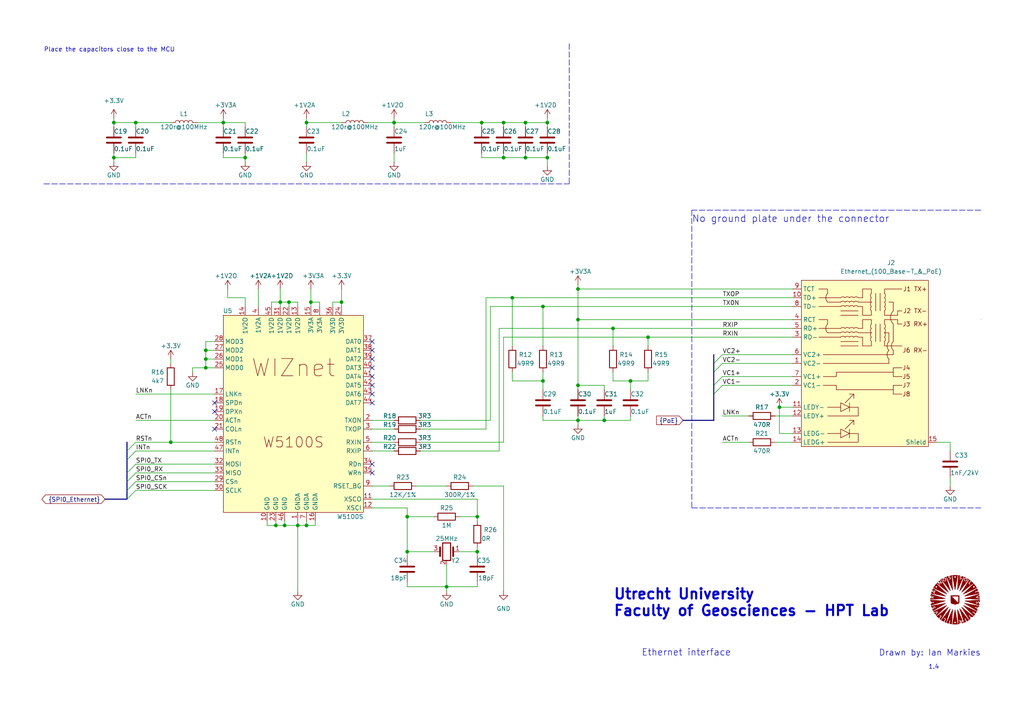
<source format=kicad_sch>
(kicad_sch (version 20211123) (generator eeschema)
  (paper "A4")
  (lib_symbols
    (symbol "+1V2A_1" (power) (in_bom no) (on_board no)
      (property "Value" "+1V2A_1" (at -3.81 3.81 0))
      (symbol "+1V2A_1_1_1"
        (pin power_in line (at 0 0 90) (length 0) hide (name "+1V2A") (number "1"))
      )
    )
    (symbol "+1V2D_1" (power) (in_bom no) (on_board no)
      (property "Value" "+1V2D_1" (at -3.81 3.81 0))
      (symbol "+1V2D_1_1_1"
        (pin power_in line (at 0 0 90) (length 0) hide (name "+1V2D") (number "1"))
      )
    )
    (symbol "+3V3A_1" (power) (in_bom no) (on_board no)
      (property "Value" "+3V3A_1" (at 0 5.08 0))
      (symbol "+3V3A_1_1_1"
        (pin power_in line (at 0 0 90) (length 0) hide (name "+3V3A") (number "1"))
      )
    )
    (symbol "+3V3A_2" (power) (in_bom no) (on_board no)
      (property "Value" "+3V3A_2" (at 0 5.08 0))
      (symbol "+3V3A_2_1_1"
        (pin power_in line (at 0 0 90) (length 0) hide (name "+3V3A") (number "1"))
      )
    )
    (symbol "Device:C" (pin_numbers hide) (pin_names (offset 0.254))
      (property "Reference" "C" (at 0.635 2.54 0))
      (property "Value" "C" (at 0.635 -2.54 0))
      (symbol "C_1_1"
        (pin passive line (at 0 3.81 270) (length 2.794) (name "~") (number "1"))
        (pin passive line (at 0 -3.81 90) (length 2.794) (name "~") (number "2"))
      )
    )
    (symbol "Device:L" (pin_numbers hide) (pin_names (offset 1.016) hide)
      (property "Reference" "L" (at -1.27 0 90))
      (property "Value" "L" (at 1.905 0 90))
      (symbol "L_1_1"
        (pin passive line (at 0 3.81 270) (length 1.27) (name "1") (number "1"))
        (pin passive line (at 0 -3.81 90) (length 1.27) (name "2") (number "2"))
      )
    )
    (symbol "Device:R" (pin_numbers hide) (pin_names (offset 0))
      (property "Reference" "R" (at 2.032 0 90))
      (property "Value" "R" (at 0 0 90))
      (symbol "R_1_1"
        (pin passive line (at 0 3.81 270) (length 1.27) (name "~") (number "1"))
        (pin passive line (at 0 -3.81 90) (length 1.27) (name "~") (number "2"))
      )
    )
    (symbol "HPT:+1V2A" (power) (in_bom no) (on_board no)
      (property "Value" "+1V2A" (at 0 5.08 0))
      (symbol "+1V2A_1_1"
        (pin power_in line (at 0 0 90) (length 0) hide (name "+1V2A") (number "1"))
      )
    )
    (symbol "HPT:+1V2D" (power) (in_bom no) (on_board no)
      (property "Value" "+1V2D" (at 0 5.08 0))
      (symbol "+1V2D_1_1"
        (pin power_in line (at 0 0 90) (length 0) hide (name "+1V2D") (number "1"))
      )
    )
    (symbol "HPT:+1V2O" (power) (in_bom no) (on_board no)
      (property "Value" "+1V2O" (at 0 5.08 0))
      (symbol "+1V2O_1_1"
        (pin power_in line (at 0 0 90) (length 0) hide (name "+1V2O") (number "1"))
      )
    )
    (symbol "HPT:+3V3A" (power) (in_bom no) (on_board no)
      (property "Value" "+3V3A" (at 0 5.08 0))
      (symbol "+3V3A_1_1"
        (pin power_in line (at 0 0 90) (length 0) hide (name "+3V3A") (number "1"))
      )
    )
    (symbol "HPT:Crystal"
      (property "Reference" "U" (at 1.27 6.35 0))
      (property "Value" "Crystal" (at 0 -8.89 0))
      (symbol "Crystal_1_1"
        (pin passive line (at -3.81 0 0) (length 1.27) (name "") (number "1"))
        (pin passive line (at 0 -3.81 90) (length 1.27) (name "") (number "2"))
        (pin passive line (at 3.81 0 180) (length 1.27) (name "") (number "3"))
        (pin passive line (at 0 -3.81 90) (length 1.27) hide (name "") (number "4"))
      )
    )
    (symbol "HPT:Ethernet_(100_Base-T_&_PoE)"
      (property "Reference" "J?" (at -16.51 29.21 0))
      (property "Value" "Ethernet_(100_Base-T_&_PoE)" (at -2.54 -21.59 0))
      (symbol "Ethernet_(100_Base-T_&_PoE)_0_0"
        (text "J1 TX+" (at 15.24 25.4 0) (effects (font (size 1.27 1.27))))
        (text "J2 TX-" (at 15.24 19.05 0) (effects (font (size 1.27 1.27))))
        (text "J3 RX+" (at 15.24 15.24 0) (effects (font (size 1.27 1.27))))
        (text "J4" (at 12.7 2.54 0) (effects (font (size 1.27 1.27))))
        (text "J5" (at 12.7 0 0) (effects (font (size 1.27 1.27))))
        (text "J6 RX-" (at 15.24 7.62 0) (effects (font (size 1.27 1.27))))
        (text "J7" (at 12.7 -2.54 0) (effects (font (size 1.27 1.27))))
        (text "J8" (at 12.7 -5.08 0) (effects (font (size 1.27 1.27))))
      )
      (symbol "Ethernet_(100_Base-T_&_PoE)_1_1"
        (pin output line (at -20.32 3.81 0) (length 2.54) (name "VC2-") (number "1"))
        (pin input line (at -20.32 22.86 0) (length 2.54) (name "TD+") (number "10"))
        (pin input line (at -20.32 -8.89 0) (length 2.54) (name "LEDY-") (number "11"))
        (pin input line (at -20.32 -11.43 0) (length 2.54) (name "LEDY+") (number "12"))
        (pin input line (at -20.32 -16.51 0) (length 2.54) (name "LEDG-") (number "13"))
        (pin input line (at -20.32 -19.05 0) (length 2.54) (name "LEDG+") (number "14"))
        (pin input line (at 21.59 -19.05 180) (length 2.54) (name "Shield") (number "15"))
        (pin input line (at 21.59 -19.05 180) (length 2.54) hide (name "Shield") (number "16"))
        (pin output line (at -20.32 -2.54 0) (length 2.54) (name "VC1-") (number "2"))
        (pin input line (at -20.32 11.43 0) (length 2.54) (name "RD-") (number "3"))
        (pin input line (at -20.32 16.51 0) (length 2.54) (name "RCT") (number "4"))
        (pin input line (at -20.32 13.97 0) (length 2.54) (name "RD+") (number "5"))
        (pin output line (at -20.32 6.35 0) (length 2.54) (name "VC2+") (number "6"))
        (pin output line (at -20.32 0 0) (length 2.54) (name "VC1+") (number "7"))
        (pin input line (at -20.32 20.32 0) (length 2.54) (name "TD-") (number "8"))
        (pin input line (at -20.32 25.4 0) (length 2.54) (name "TCT") (number "9"))
      )
    )
    (symbol "HPT:LOGO" (pin_names (offset 1.016)))
    (symbol "HPT:W5100S"
      (property "Reference" "U" (at -20.32 38.1 0))
      (property "Value" "W5100S" (at 20.32 -22.86 0))
      (symbol "W5100S_0_0"
        (text "W5100S" (at 0 0 0) (effects (font (size 3 3))))
        (text "WIZnet" (at 0 21.59 0) (effects (font (size 5 5))))
      )
      (symbol "W5100S_1_1"
        (pin input line (at -1.27 -22.86 90) (length 2.54) (name "GNDA") (number "1"))
        (pin input line (at 7.62 -22.86 90) (length 2.54) (name "GND") (number "10"))
        (pin input line (at -22.86 -16.51 0) (length 2.54) (name "XSCO") (number "11"))
        (pin input line (at -22.86 -19.05 0) (length 2.54) (name "XSCI") (number "12"))
        (pin input line (at -1.27 39.37 270) (length 2.54) (name "1V2D") (number "13"))
        (pin input line (at 13.97 39.37 270) (length 2.54) (name "1V2O") (number "14"))
        (pin input line (at -5.08 39.37 270) (length 2.54) (name "3V3A") (number "15"))
        (pin input line (at -6.35 -22.86 90) (length 2.54) (name "GNDA") (number "16"))
        (pin bidirectional line (at 22.86 13.97 180) (length 2.54) (name "LNKn") (number "17"))
        (pin bidirectional line (at 22.86 11.43 180) (length 2.54) (name "SPDn") (number "18"))
        (pin bidirectional line (at 22.86 8.89 180) (length 2.54) (name "DPXn") (number "19"))
        (pin input line (at -22.86 6.35 0) (length 2.54) (name "TXON") (number "2"))
        (pin bidirectional line (at 22.86 6.35 180) (length 2.54) (name "ACTn") (number "20"))
        (pin bidirectional line (at 22.86 3.81 180) (length 2.54) (name "COLn") (number "21"))
        (pin input line (at 1.27 39.37 270) (length 2.54) (name "1V2D") (number "22"))
        (pin input line (at 5.08 -22.86 90) (length 2.54) (name "GND") (number "23"))
        (pin input line (at -13.97 39.37 270) (length 2.54) (name "3V3D") (number "24"))
        (pin input line (at 22.86 21.59 180) (length 2.54) (name "MOD0") (number "25"))
        (pin input line (at 22.86 24.13 180) (length 2.54) (name "MOD1") (number "26"))
        (pin input line (at 22.86 26.67 180) (length 2.54) (name "MOD2") (number "27"))
        (pin input line (at 22.86 29.21 180) (length 2.54) (name "MOD3") (number "28"))
        (pin bidirectional line (at 22.86 -11.43 180) (length 2.54) (name "CSn") (number "29"))
        (pin input line (at -22.86 3.81 0) (length 2.54) (name "TXOP") (number "3"))
        (pin bidirectional line (at 22.86 -13.97 180) (length 2.54) (name "SCLK") (number "30"))
        (pin input line (at 3.81 39.37 270) (length 2.54) (name "1V2D") (number "31"))
        (pin bidirectional line (at 22.86 -6.35 180) (length 2.54) (name "MOSI") (number "32"))
        (pin bidirectional line (at 22.86 -8.89 180) (length 2.54) (name "MISO") (number "33"))
        (pin input line (at -22.86 -6.35 0) (length 2.54) (name "RDn") (number "34"))
        (pin input line (at -22.86 -8.89 0) (length 2.54) (name "WRn") (number "35"))
        (pin input line (at -11.43 39.37 270) (length 2.54) (name "3V3D") (number "36"))
        (pin input line (at -22.86 29.21 0) (length 2.54) (name "DAT0") (number "37"))
        (pin input line (at -22.86 26.67 0) (length 2.54) (name "DAT1") (number "38"))
        (pin input line (at -22.86 24.13 0) (length 2.54) (name "DAT2") (number "39"))
        (pin input line (at 10.16 39.37 270) (length 2.54) (name "1V2A") (number "4"))
        (pin input line (at -22.86 21.59 0) (length 2.54) (name "DAT3") (number "40"))
        (pin input line (at -22.86 19.05 0) (length 2.54) (name "DAT4") (number "41"))
        (pin input line (at -22.86 16.51 0) (length 2.54) (name "DAT5") (number "42"))
        (pin input line (at -22.86 13.97 0) (length 2.54) (name "DAT6") (number "43"))
        (pin input line (at -22.86 11.43 0) (length 2.54) (name "DAT7") (number "44"))
        (pin input line (at 6.35 39.37 270) (length 2.54) (name "1V2D") (number "45"))
        (pin input line (at 2.54 -22.86 90) (length 2.54) (name "GND") (number "46"))
        (pin bidirectional line (at 22.86 -2.54 180) (length 2.54) (name "INTn") (number "47"))
        (pin bidirectional line (at 22.86 0 180) (length 2.54) (name "RSTn") (number "48"))
        (pin input line (at -22.86 0 0) (length 2.54) (name "RXIN") (number "5"))
        (pin input line (at -22.86 -2.54 0) (length 2.54) (name "RXIP") (number "6"))
        (pin input line (at -3.81 -22.86 90) (length 2.54) (name "GNDA") (number "7"))
        (pin input line (at -7.62 39.37 270) (length 2.54) (name "3V3A") (number "8"))
        (pin input line (at -22.86 -12.7 0) (length 2.54) (name "RSET_BG") (number "9"))
      )
    )
    (symbol "power:+3.3V" (power) (pin_names (offset 0))
      (property "Value" "+3.3V" (at 0 3.556 0))
      (symbol "+3.3V_1_1"
        (pin power_in line (at 0 0 90) (length 0) hide (name "+3.3V") (number "1"))
      )
    )
    (symbol "power:GND" (power) (pin_names (offset 0))
      (property "Value" "GND" (at 0 -3.81 0))
      (symbol "GND_1_1"
        (pin power_in line (at 0 0 270) (length 0) hide (name "GND") (number "1"))
      )
    )
  )
  (junction (at 129.54 170.18))
  (junction (at 49.53 128.27))
  (junction (at 33.02 35.56))
  (junction (at 146.05 45.72))
  (junction (at 158.75 35.56))
  (junction (at 152.4 35.56))
  (junction (at 59.69 101.6))
  (junction (at 82.55 152.4))
  (junction (at 139.7 35.56))
  (junction (at 167.64 83.82))
  (junction (at 175.26 121.92))
  (junction (at 138.43 149.86))
  (junction (at 167.64 92.71))
  (junction (at 39.37 35.56))
  (junction (at 64.77 35.56))
  (junction (at 157.48 110.49))
  (junction (at 99.06 87.63))
  (junction (at 158.75 45.72))
  (junction (at 182.88 110.49))
  (junction (at 80.01 152.4))
  (junction (at 83.82 87.63))
  (junction (at 138.43 160.02))
  (junction (at 114.3 35.56))
  (junction (at 226.06 118.11))
  (junction (at 146.05 35.56))
  (junction (at 148.59 86.36))
  (junction (at 88.9 152.4))
  (junction (at 177.8 95.25))
  (junction (at 86.36 152.4))
  (junction (at 88.9 35.56))
  (junction (at 90.17 87.63))
  (junction (at 71.12 45.72))
  (junction (at 59.69 106.68))
  (junction (at 167.64 111.76))
  (junction (at 152.4 45.72))
  (junction (at 157.48 88.9))
  (junction (at 118.11 149.86))
  (junction (at 81.28 87.63))
  (junction (at 118.11 160.02))
  (junction (at 167.64 121.92))
  (junction (at 59.69 104.14))
  (junction (at 33.02 45.72))
  (junction (at 187.96 97.79))
  (no_connect (at 107.95 137.16))
  (no_connect (at 107.95 134.62))
  (no_connect (at 62.23 116.84))
  (no_connect (at 62.23 124.46))
  (no_connect (at 62.23 119.38))
  (no_connect (at 107.95 109.22))
  (no_connect (at 107.95 106.68))
  (no_connect (at 107.95 111.76))
  (no_connect (at 107.95 114.3))
  (no_connect (at 107.95 116.84))
  (no_connect (at 107.95 104.14))
  (no_connect (at 107.95 101.6))
  (no_connect (at 107.95 99.06))
  (bus_entry (at 36.83 142.24) (size 2.54 -2.54))
  (bus_entry (at 36.83 130.81) (size 2.54 -2.54))
  (bus_entry (at 209.55 109.22) (size -2.54 2.54))
  (bus_entry (at 209.55 105.41) (size -2.54 2.54))
  (bus_entry (at 209.55 102.87) (size -2.54 2.54))
  (bus_entry (at 36.83 139.7) (size 2.54 -2.54))
  (bus_entry (at 36.83 133.35) (size 2.54 -2.54))
  (bus_entry (at 36.83 144.78) (size 2.54 -2.54))
  (bus_entry (at 209.55 111.76) (size -2.54 2.54))
  (bus_entry (at 36.83 137.16) (size 2.54 -2.54))
  (wire (pts (xy 224.79 120.65) (xy 229.87 120.65)))
  (wire (pts (xy 39.37 137.16) (xy 62.23 137.16)))
  (wire (pts (xy 138.43 170.18) (xy 129.54 170.18)))
  (wire (pts (xy 99.06 83.82) (xy 99.06 87.63)))
  (wire (pts (xy 106.68 35.56) (xy 114.3 35.56)))
  (wire (pts (xy 82.55 152.4) (xy 86.36 152.4)))
  (wire (pts (xy 114.3 35.56) (xy 114.3 36.83)))
  (wire (pts (xy 182.88 110.49) (xy 182.88 113.03)))
  (wire (pts (xy 64.77 35.56) (xy 64.77 36.83)))
  (wire (pts (xy 138.43 170.18) (xy 138.43 168.91)))
  (wire (pts (xy 139.7 35.56) (xy 146.05 35.56)))
  (wire (pts (xy 33.02 45.72) (xy 33.02 44.45)))
  (wire (pts (xy 158.75 45.72) (xy 158.75 48.26)))
  (wire (pts (xy 33.02 35.56) (xy 33.02 36.83)))
  (wire (pts (xy 49.53 113.03) (xy 49.53 128.27)))
  (wire (pts (xy 129.54 170.18) (xy 118.11 170.18)))
  (wire (pts (xy 107.95 147.32) (xy 118.11 147.32)))
  (wire (pts (xy 157.48 120.65) (xy 157.48 121.92)))
  (wire (pts (xy 71.12 45.72) (xy 71.12 46.99)))
  (wire (pts (xy 62.23 99.06) (xy 59.69 99.06)))
  (wire (pts (xy 137.16 140.97) (xy 146.05 140.97)))
  (wire (pts (xy 114.3 35.56) (xy 123.19 35.56)))
  (bus (pts (xy 36.83 137.16) (xy 36.83 139.7)))
  (wire (pts (xy 114.3 46.99) (xy 114.3 44.45)))
  (wire (pts (xy 49.53 105.41) (xy 49.53 104.14)))
  (wire (pts (xy 88.9 151.13) (xy 88.9 152.4)))
  (wire (pts (xy 96.52 87.63) (xy 96.52 88.9)))
  (wire (pts (xy 167.64 92.71) (xy 229.87 92.71)))
  (wire (pts (xy 92.71 87.63) (xy 92.71 88.9)))
  (wire (pts (xy 118.11 149.86) (xy 118.11 160.02)))
  (wire (pts (xy 121.92 121.92) (xy 142.24 121.92)))
  (bus (pts (xy 36.83 142.24) (xy 36.83 144.78)))
  (wire (pts (xy 167.64 111.76) (xy 167.64 113.03)))
  (wire (pts (xy 88.9 34.29) (xy 88.9 35.56)))
  (wire (pts (xy 138.43 149.86) (xy 133.35 149.86)))
  (wire (pts (xy 81.28 87.63) (xy 78.74 87.63)))
  (wire (pts (xy 144.78 130.81) (xy 144.78 95.25)))
  (wire (pts (xy 157.48 107.95) (xy 157.48 110.49)))
  (polyline (pts (xy 200.66 147.32) (xy 284.48 147.32)))
  (wire (pts (xy 187.96 97.79) (xy 229.87 97.79)))
  (wire (pts (xy 107.95 140.97) (xy 113.03 140.97)))
  (wire (pts (xy 64.77 34.29) (xy 64.77 35.56)))
  (wire (pts (xy 139.7 45.72) (xy 146.05 45.72)))
  (wire (pts (xy 39.37 45.72) (xy 39.37 44.45)))
  (wire (pts (xy 146.05 35.56) (xy 152.4 35.56)))
  (polyline (pts (xy 12.7 53.34) (xy 165.1 53.34)))
  (bus (pts (xy 36.83 133.35) (xy 36.83 137.16)))
  (wire (pts (xy 71.12 45.72) (xy 71.12 44.45)))
  (wire (pts (xy 209.55 111.76) (xy 229.87 111.76)))
  (wire (pts (xy 90.17 83.82) (xy 90.17 87.63)))
  (wire (pts (xy 77.47 152.4) (xy 80.01 152.4)))
  (wire (pts (xy 64.77 35.56) (xy 71.12 35.56)))
  (polyline (pts (xy 165.1 12.7) (xy 165.1 53.34)))
  (wire (pts (xy 114.3 128.27) (xy 107.95 128.27)))
  (wire (pts (xy 78.74 87.63) (xy 78.74 88.9)))
  (bus (pts (xy 207.01 107.95) (xy 207.01 111.76)))
  (wire (pts (xy 33.02 45.72) (xy 39.37 45.72)))
  (wire (pts (xy 114.3 34.29) (xy 114.3 35.56)))
  (wire (pts (xy 125.73 149.86) (xy 118.11 149.86)))
  (wire (pts (xy 146.05 97.79) (xy 187.96 97.79)))
  (wire (pts (xy 138.43 151.13) (xy 138.43 149.86)))
  (wire (pts (xy 175.26 120.65) (xy 175.26 121.92)))
  (wire (pts (xy 71.12 35.56) (xy 71.12 36.83)))
  (wire (pts (xy 144.78 95.25) (xy 177.8 95.25)))
  (wire (pts (xy 121.92 128.27) (xy 146.05 128.27)))
  (wire (pts (xy 224.79 128.27) (xy 229.87 128.27)))
  (wire (pts (xy 74.93 83.82) (xy 74.93 88.9)))
  (wire (pts (xy 62.23 104.14) (xy 59.69 104.14)))
  (wire (pts (xy 59.69 104.14) (xy 59.69 101.6)))
  (bus (pts (xy 207.01 111.76) (xy 207.01 114.3)))
  (wire (pts (xy 139.7 45.72) (xy 139.7 44.45)))
  (bus (pts (xy 36.83 128.27) (xy 36.83 130.81)))
  (wire (pts (xy 146.05 45.72) (xy 146.05 44.45)))
  (wire (pts (xy 121.92 124.46) (xy 140.97 124.46)))
  (wire (pts (xy 59.69 106.68) (xy 55.88 106.68)))
  (wire (pts (xy 55.88 106.68) (xy 55.88 107.95)))
  (wire (pts (xy 88.9 44.45) (xy 88.9 46.99)))
  (wire (pts (xy 148.59 86.36) (xy 229.87 86.36)))
  (wire (pts (xy 158.75 45.72) (xy 158.75 44.45)))
  (wire (pts (xy 138.43 158.75) (xy 138.43 160.02)))
  (wire (pts (xy 158.75 35.56) (xy 158.75 36.83)))
  (wire (pts (xy 86.36 87.63) (xy 83.82 87.63)))
  (wire (pts (xy 39.37 128.27) (xy 49.53 128.27)))
  (wire (pts (xy 90.17 87.63) (xy 90.17 88.9)))
  (wire (pts (xy 121.92 130.81) (xy 144.78 130.81)))
  (wire (pts (xy 138.43 144.78) (xy 138.43 149.86)))
  (wire (pts (xy 167.64 121.92) (xy 175.26 121.92)))
  (wire (pts (xy 157.48 121.92) (xy 167.64 121.92)))
  (wire (pts (xy 209.55 109.22) (xy 229.87 109.22)))
  (wire (pts (xy 83.82 87.63) (xy 83.82 88.9)))
  (wire (pts (xy 80.01 152.4) (xy 82.55 152.4)))
  (wire (pts (xy 152.4 35.56) (xy 158.75 35.56)))
  (bus (pts (xy 36.83 130.81) (xy 36.83 133.35)))
  (wire (pts (xy 167.64 92.71) (xy 167.64 111.76)))
  (bus (pts (xy 198.12 121.92) (xy 207.01 121.92)))
  (wire (pts (xy 64.77 45.72) (xy 71.12 45.72)))
  (wire (pts (xy 39.37 121.92) (xy 62.23 121.92)))
  (wire (pts (xy 118.11 170.18) (xy 118.11 168.91)))
  (bus (pts (xy 36.83 139.7) (xy 36.83 142.24)))
  (wire (pts (xy 142.24 88.9) (xy 142.24 121.92)))
  (wire (pts (xy 148.59 110.49) (xy 157.48 110.49)))
  (wire (pts (xy 57.15 35.56) (xy 64.77 35.56)))
  (wire (pts (xy 81.28 87.63) (xy 81.28 88.9)))
  (wire (pts (xy 118.11 160.02) (xy 118.11 161.29)))
  (wire (pts (xy 88.9 35.56) (xy 99.06 35.56)))
  (wire (pts (xy 86.36 151.13) (xy 86.36 152.4)))
  (wire (pts (xy 62.23 106.68) (xy 59.69 106.68)))
  (wire (pts (xy 114.3 130.81) (xy 107.95 130.81)))
  (wire (pts (xy 229.87 118.11) (xy 226.06 118.11)))
  (wire (pts (xy 120.65 140.97) (xy 129.54 140.97)))
  (polyline (pts (xy 284.48 60.96) (xy 200.66 60.96)))
  (wire (pts (xy 81.28 83.82) (xy 81.28 87.63)))
  (wire (pts (xy 49.53 128.27) (xy 62.23 128.27)))
  (wire (pts (xy 133.35 160.02) (xy 138.43 160.02)))
  (bus (pts (xy 30.48 144.78) (xy 36.83 144.78)))
  (wire (pts (xy 107.95 144.78) (xy 138.43 144.78)))
  (wire (pts (xy 77.47 151.13) (xy 77.47 152.4)))
  (wire (pts (xy 114.3 121.92) (xy 107.95 121.92)))
  (wire (pts (xy 118.11 160.02) (xy 125.73 160.02)))
  (wire (pts (xy 33.02 35.56) (xy 33.02 34.29)))
  (wire (pts (xy 39.37 142.24) (xy 62.23 142.24)))
  (wire (pts (xy 86.36 88.9) (xy 86.36 87.63)))
  (wire (pts (xy 148.59 86.36) (xy 148.59 100.33)))
  (wire (pts (xy 209.55 102.87) (xy 229.87 102.87)))
  (wire (pts (xy 39.37 130.81) (xy 62.23 130.81)))
  (wire (pts (xy 209.55 120.65) (xy 217.17 120.65)))
  (wire (pts (xy 33.02 46.99) (xy 33.02 45.72)))
  (wire (pts (xy 157.48 100.33) (xy 157.48 88.9)))
  (wire (pts (xy 139.7 35.56) (xy 139.7 36.83)))
  (wire (pts (xy 71.12 86.36) (xy 71.12 88.9)))
  (wire (pts (xy 99.06 87.63) (xy 96.52 87.63)))
  (wire (pts (xy 177.8 95.25) (xy 229.87 95.25)))
  (wire (pts (xy 182.88 110.49) (xy 187.96 110.49)))
  (wire (pts (xy 64.77 45.72) (xy 64.77 44.45)))
  (wire (pts (xy 39.37 114.3) (xy 62.23 114.3)))
  (wire (pts (xy 118.11 147.32) (xy 118.11 149.86)))
  (wire (pts (xy 86.36 152.4) (xy 88.9 152.4)))
  (wire (pts (xy 157.48 88.9) (xy 229.87 88.9)))
  (wire (pts (xy 39.37 35.56) (xy 39.37 36.83)))
  (wire (pts (xy 39.37 139.7) (xy 62.23 139.7)))
  (wire (pts (xy 175.26 121.92) (xy 182.88 121.92)))
  (wire (pts (xy 66.04 83.82) (xy 66.04 86.36)))
  (wire (pts (xy 59.69 101.6) (xy 59.69 99.06)))
  (wire (pts (xy 167.64 111.76) (xy 175.26 111.76)))
  (wire (pts (xy 142.24 88.9) (xy 157.48 88.9)))
  (wire (pts (xy 91.44 151.13) (xy 91.44 152.4)))
  (wire (pts (xy 167.64 120.65) (xy 167.64 121.92)))
  (wire (pts (xy 148.59 107.95) (xy 148.59 110.49)))
  (wire (pts (xy 146.05 128.27) (xy 146.05 97.79)))
  (polyline (pts (xy 200.66 60.96) (xy 200.66 147.32)))
  (wire (pts (xy 39.37 35.56) (xy 33.02 35.56)))
  (wire (pts (xy 138.43 160.02) (xy 138.43 161.29)))
  (wire (pts (xy 99.06 87.63) (xy 99.06 88.9)))
  (wire (pts (xy 187.96 97.79) (xy 187.96 100.33)))
  (wire (pts (xy 146.05 140.97) (xy 146.05 171.45)))
  (wire (pts (xy 146.05 45.72) (xy 152.4 45.72)))
  (wire (pts (xy 177.8 107.95) (xy 177.8 110.49)))
  (wire (pts (xy 90.17 87.63) (xy 92.71 87.63)))
  (wire (pts (xy 129.54 171.45) (xy 129.54 170.18)))
  (wire (pts (xy 140.97 124.46) (xy 140.97 86.36)))
  (wire (pts (xy 129.54 163.83) (xy 129.54 170.18)))
  (wire (pts (xy 146.05 35.56) (xy 146.05 36.83)))
  (wire (pts (xy 86.36 152.4) (xy 86.36 171.45)))
  (wire (pts (xy 167.64 121.92) (xy 167.64 123.19)))
  (wire (pts (xy 152.4 45.72) (xy 158.75 45.72)))
  (wire (pts (xy 88.9 152.4) (xy 91.44 152.4)))
  (wire (pts (xy 182.88 121.92) (xy 182.88 120.65)))
  (wire (pts (xy 167.64 83.82) (xy 167.64 92.71)))
  (wire (pts (xy 177.8 95.25) (xy 177.8 100.33)))
  (wire (pts (xy 167.64 82.55) (xy 167.64 83.82)))
  (wire (pts (xy 152.4 35.56) (xy 152.4 36.83)))
  (wire (pts (xy 157.48 110.49) (xy 157.48 113.03)))
  (wire (pts (xy 271.78 128.27) (xy 275.59 128.27)))
  (wire (pts (xy 158.75 34.29) (xy 158.75 35.56)))
  (bus (pts (xy 207.01 105.41) (xy 207.01 107.95)))
  (wire (pts (xy 59.69 106.68) (xy 59.69 104.14)))
  (wire (pts (xy 81.28 87.63) (xy 83.82 87.63)))
  (wire (pts (xy 114.3 124.46) (xy 107.95 124.46)))
  (wire (pts (xy 275.59 140.97) (xy 275.59 138.43)))
  (wire (pts (xy 62.23 101.6) (xy 59.69 101.6)))
  (wire (pts (xy 226.06 125.73) (xy 226.06 118.11)))
  (bus (pts (xy 207.01 114.3) (xy 207.01 121.92)))
  (wire (pts (xy 209.55 105.41) (xy 229.87 105.41)))
  (wire (pts (xy 177.8 110.49) (xy 182.88 110.49)))
  (wire (pts (xy 82.55 151.13) (xy 82.55 152.4)))
  (wire (pts (xy 130.81 35.56) (xy 139.7 35.56)))
  (wire (pts (xy 229.87 125.73) (xy 226.06 125.73)))
  (wire (pts (xy 140.97 86.36) (xy 148.59 86.36)))
  (wire (pts (xy 39.37 134.62) (xy 62.23 134.62)))
  (wire (pts (xy 49.53 35.56) (xy 39.37 35.56)))
  (wire (pts (xy 152.4 45.72) (xy 152.4 44.45)))
  (bus (pts (xy 207.01 102.87) (xy 207.01 105.41)))
  (wire (pts (xy 175.26 113.03) (xy 175.26 111.76)))
  (wire (pts (xy 187.96 107.95) (xy 187.96 110.49)))
  (wire (pts (xy 88.9 35.56) (xy 88.9 36.83)))
  (wire (pts (xy 275.59 128.27) (xy 275.59 130.81)))
  (wire (pts (xy 167.64 83.82) (xy 229.87 83.82)))
  (wire (pts (xy 80.01 151.13) (xy 80.01 152.4)))
  (wire (pts (xy 209.55 128.27) (xy 217.17 128.27)))
  (wire (pts (xy 66.04 86.36) (xy 71.12 86.36)))
  (text "No ground plate under the connector\n" (at 200.66 64.77 0) (effects (font (size 2 2)) (justify left bottom)))
  (text "Ethernet interface" (at 212.09 190.5 180) (effects (font (size 1.905 1.905)) (justify right bottom)))
  (text "Utrecht University\nFaculty of Geosciences - HPT Lab" (at 177.8 179.07 0) (effects (font (size 3 3) (thickness 0.6) bold) (justify left bottom)))
  (text "Drawn by: Ian Markies" (at 284.48 190.5 180) (effects (font (size 1.75 1.75)) (justify right bottom)))
  (text "1.4\n" (at 269.24 194.31 0) (effects (font (size 1.27 1.27)) (justify left bottom)))
  (text "Place the capacitors close to the MCU" (at 12.7 15.24 0) (effects (font (size 1.27 1.27)) (justify left bottom)))
  (label "TX0N" (at 209.55 88.9 0))
  (label "ACTn" (at 209.55 128.27 0))
  (label "SPI0_RX" (at 39.37 137.16 0))
  (label "VC2+" (at 209.55 102.87 0))
  (label "RSTn" (at 39.37 128.27 0))
  (label "SPI0_CSn" (at 39.37 139.7 0))
  (label "SPI0_SCK" (at 39.37 142.24 0))
  (label "VC1-" (at 209.55 111.76 0))
  (label "TXOP" (at 209.55 86.36 0))
  (label "INTn" (at 39.37 130.81 0))
  (label "LNKn" (at 209.55 120.65 0))
  (label "SPI0_TX" (at 39.37 134.62 0))
  (label "LNKn" (at 39.37 114.3 0))
  (label "ACTn" (at 39.37 121.92 0))
  (label "RXIN" (at 209.55 97.79 0))
  (label "VC2-" (at 209.55 105.41 0))
  (label "VC1+" (at 209.55 109.22 0))
  (label "RXIP" (at 209.55 95.25 0))
  (global_label "{SPI0_Ethernet}" (shape bidirectional) (at 30.48 144.78 180) (property "Intersheet References" "${INTERSHEET_REFS}" (effects hide)))
  (global_label "{PoE}" (shape input) (at 198.12 121.92 180) (property "Intersheet References" "${INTERSHEET_REFS}" (effects hide)))
  (symbol (lib_id "Device:R") (at 148.59 104.14 180) (unit 1)
    (property "Reference" "R12" (at 152.4 102.87 0))
    (property "Value" "49R9" (at 152.4 105.41 0))
    (property "Footprint" "Resistor_SMD:R_0402_1005Metric" (effects hide))
  )
  (symbol (lib_id "Device:C") (at 175.26 116.84 0) (unit 1)
    (property "Reference" "C31" (at 175.26 114.3 0) (effects (justify left)))
    (property "Value" "1uF" (at 175.26 119.38 0) (effects (justify left)))
    (property "Footprint" "Capacitor_SMD:C_0402_1005Metric" (effects hide))
  )
  (symbol (lib_id "HPT:Crystal") (at 129.54 160.02 0) (mirror y) (unit 1)
    (property "Reference" "Y2" (at 132.08 162.56 0))
    (property "Value" "25MHz" (at 129.54 156.21 0))
    (property "Footprint" "Crystal:Crystal_SMD_Abracon_ABM8G-4Pin_3.2x2.5mm" (effects hide))
  )
  (symbol (lib_id "power:GND") (at 33.02 46.99 0) (unit 1)
    (property "Reference" "#PWR026" (effects hide))
    (property "Value" "GND" (at 33.02 50.8 0))
  )
  (symbol (lib_id "Device:L") (at 53.34 35.56 90) (unit 1)
    (property "Reference" "L1" (at 53.34 33.02 90))
    (property "Value" "120r@100MHz" (at 53.34 36.83 90))
    (property "Footprint" "Inductor_SMD:L_0402_1005Metric" (effects hide))
  )
  (symbol (lib_id "power:GND") (at 275.59 140.97 0) (unit 1)
    (property "Reference" "#PWR036" (effects hide))
    (property "Value" "GND" (at 275.59 144.78 0))
  )
  (symbol (lib_id "HPT:W5100S") (at 85.09 128.27 0) (mirror y) (unit 1)
    (property "Reference" "U5" (at 66.04 90.17 0))
    (property "Value" "W5100S" (at 101.6 149.86 0))
    (property "Footprint" "HPT:LQFP48" (effects hide))
  )
  (symbol (lib_name "+3V3A_1") (lib_id "HPT:+3V3A") (at 90.17 83.82 0) (unit 1) (in_bom no) (on_board no)
    (property "Reference" "#U0101" (effects hide))
    (property "Value" "+3V3A" (at 87.63 80.01 0) (effects (justify left)))
  )
  (symbol (lib_id "Device:R") (at 133.35 140.97 270) (mirror x) (unit 1)
    (property "Reference" "R24" (at 133.35 138.43 90))
    (property "Value" "300R/1%" (at 133.35 143.51 90))
    (property "Footprint" "Resistor_SMD:R_0402_1005Metric" (effects hide))
  )
  (symbol (lib_id "HPT:+1V2D") (at 158.75 34.29 0) (unit 1) (in_bom no) (on_board no)
    (property "Reference" "#U07" (effects hide))
    (property "Value" "+1V2D" (at 154.94 30.48 0) (effects (justify left)))
  )
  (symbol (lib_id "Device:R") (at 187.96 104.14 180) (unit 1)
    (property "Reference" "R15" (at 191.77 102.87 0))
    (property "Value" "49R9" (at 191.77 105.41 0))
    (property "Footprint" "Resistor_SMD:R_0402_1005Metric" (effects hide))
  )
  (symbol (lib_id "power:+3.3V") (at 226.06 118.11 0) (unit 1)
    (property "Reference" "#PWR034" (effects hide))
    (property "Value" "+3.3V" (at 226.06 114.3 0))
  )
  (symbol (lib_id "power:GND") (at 129.54 171.45 0) (mirror y) (unit 1)
    (property "Reference" "#PWR038" (effects hide))
    (property "Value" "GND" (at 129.54 175.26 0))
  )
  (symbol (lib_id "HPT:+1V2A") (at 88.9 34.29 0) (unit 1) (in_bom no) (on_board no)
    (property "Reference" "#U05" (effects hide))
    (property "Value" "+1V2A" (at 85.09 30.48 0) (effects (justify left)))
  )
  (symbol (lib_id "Device:C") (at 158.75 40.64 0) (unit 1)
    (property "Reference" "C28" (at 158.75 38.1 0) (effects (justify left)))
    (property "Value" "0.1uF" (at 158.75 43.18 0) (effects (justify left)))
    (property "Footprint" "Capacitor_SMD:C_0402_1005Metric" (effects hide))
  )
  (symbol (lib_id "Device:C") (at 114.3 40.64 0) (unit 1)
    (property "Reference" "C24" (at 114.3 38.1 0) (effects (justify left)))
    (property "Value" "1uF" (at 114.3 43.18 0) (effects (justify left)))
    (property "Footprint" "Capacitor_SMD:C_0402_1005Metric" (effects hide))
  )
  (symbol (lib_id "Device:R") (at 220.98 128.27 270) (unit 1)
    (property "Reference" "R21" (at 220.98 125.73 90))
    (property "Value" "470R" (at 220.98 130.81 90))
    (property "Footprint" "Resistor_SMD:R_0402_1005Metric" (effects hide))
  )
  (symbol (lib_id "Device:C") (at 118.11 165.1 0) (mirror y) (unit 1)
    (property "Reference" "C34" (at 118.11 162.56 0) (effects (justify left)))
    (property "Value" "18pF" (at 118.11 167.64 0) (effects (justify left)))
    (property "Footprint" "Capacitor_SMD:C_0402_1005Metric" (effects hide))
  )
  (symbol (lib_id "power:+3.3V") (at 49.53 104.14 0) (unit 1)
    (property "Reference" "#PWR032" (effects hide))
    (property "Value" "+3.3V" (at 49.53 100.33 0))
  )
  (symbol (lib_id "Device:C") (at 182.88 116.84 0) (unit 1)
    (property "Reference" "C32" (at 182.88 114.3 0) (effects (justify left)))
    (property "Value" "0.1uF" (at 182.88 119.38 0) (effects (justify left)))
    (property "Footprint" "Capacitor_SMD:C_0402_1005Metric" (effects hide))
  )
  (symbol (lib_id "HPT:+1V2O") (at 66.04 83.82 0) (unit 1) (in_bom no) (on_board no)
    (property "Reference" "#PWR012O01" (effects hide))
    (property "Value" "+1V2O" (at 62.23 80.01 0) (effects (justify left)))
  )
  (symbol (lib_id "power:GND") (at 146.05 171.45 0) (unit 1)
    (property "Reference" "#PWR039" (effects hide))
    (property "Value" "GND" (at 146.05 176.53 0))
  )
  (symbol (lib_id "Device:R") (at 157.48 104.14 180) (unit 1)
    (property "Reference" "R13" (at 161.29 102.87 0))
    (property "Value" "49R9" (at 161.29 105.41 0))
    (property "Footprint" "Resistor_SMD:R_0402_1005Metric" (effects hide))
  )
  (symbol (lib_id "Device:C") (at 139.7 40.64 0) (unit 1)
    (property "Reference" "C25" (at 139.7 38.1 0) (effects (justify left)))
    (property "Value" "0.1uF" (at 139.7 43.18 0) (effects (justify left)))
    (property "Footprint" "Capacitor_SMD:C_0402_1005Metric" (effects hide))
  )
  (symbol (lib_id "Device:C") (at 71.12 40.64 0) (unit 1)
    (property "Reference" "C22" (at 71.12 38.1 0) (effects (justify left)))
    (property "Value" "0.1uF" (at 71.12 43.18 0) (effects (justify left)))
    (property "Footprint" "Capacitor_SMD:C_0402_1005Metric" (effects hide))
  )
  (symbol (lib_id "Device:R") (at 138.43 154.94 0) (mirror x) (unit 1)
    (property "Reference" "R26" (at 142.24 153.67 0))
    (property "Value" "0R" (at 140.97 156.21 0))
    (property "Footprint" "Resistor_SMD:R_0402_1005Metric" (effects hide))
  )
  (symbol (lib_id "Device:C") (at 138.43 165.1 0) (mirror y) (unit 1)
    (property "Reference" "C35" (at 142.24 162.56 0) (effects (justify left)))
    (property "Value" "18pF" (at 143.51 167.64 0) (effects (justify left)))
    (property "Footprint" "Capacitor_SMD:C_0402_1005Metric" (effects hide))
  )
  (symbol (lib_id "Device:C") (at 146.05 40.64 0) (unit 1)
    (property "Reference" "C26" (at 146.05 38.1 0) (effects (justify left)))
    (property "Value" "0.1uF" (at 146.05 43.18 0) (effects (justify left)))
    (property "Footprint" "Capacitor_SMD:C_0402_1005Metric" (effects hide))
  )
  (symbol (lib_id "HPT:+1V2O") (at 114.3 34.29 0) (unit 1) (in_bom no) (on_board no)
    (property "Reference" "#U06" (effects hide))
    (property "Value" "+1V2O" (at 110.49 30.48 0) (effects (justify left)))
  )
  (symbol (lib_id "power:GND") (at 114.3 46.99 0) (unit 1)
    (property "Reference" "#PWR029" (effects hide))
    (property "Value" "GND" (at 114.3 50.8 0))
  )
  (symbol (lib_id "Device:L") (at 127 35.56 90) (unit 1)
    (property "Reference" "L3" (at 124.46 33.02 90))
    (property "Value" "120r@100MHz" (at 128.27 36.83 90))
    (property "Footprint" "Inductor_SMD:L_0402_1005Metric" (effects hide))
  )
  (symbol (lib_id "Device:C") (at 39.37 40.64 0) (unit 1)
    (property "Reference" "C20" (at 39.37 38.1 0) (effects (justify left)))
    (property "Value" "0.1uF" (at 39.37 43.18 0) (effects (justify left)))
    (property "Footprint" "Capacitor_SMD:C_0402_1005Metric" (effects hide))
  )
  (symbol (lib_id "power:GND") (at 55.88 107.95 0) (unit 1)
    (property "Reference" "#PWR033" (effects hide))
    (property "Value" "GND" (at 55.88 111.76 0))
  )
  (symbol (lib_id "Device:R") (at 177.8 104.14 180) (unit 1)
    (property "Reference" "R14" (at 181.61 102.87 0))
    (property "Value" "49R9" (at 181.61 105.41 0))
    (property "Footprint" "Resistor_SMD:R_0402_1005Metric" (effects hide))
  )
  (symbol (lib_name "+1V2D_1") (lib_id "HPT:+1V2D") (at 81.28 83.82 0) (mirror y) (unit 1)
    (property "Reference" "#PWR012D01" (effects hide))
    (property "Value" "+1V2D" (at 85.09 80.01 0) (effects (justify left)))
  )
  (symbol (lib_id "Device:R") (at 49.53 109.22 0) (unit 1)
    (property "Reference" "R16" (at 45.72 107.95 0))
    (property "Value" "4k7" (at 45.72 110.49 0))
    (property "Footprint" "Resistor_SMD:R_0402_1005Metric" (effects hide))
  )
  (symbol (lib_id "Device:C") (at 275.59 134.62 0) (unit 1)
    (property "Reference" "C33" (at 276.86 132.08 0) (effects (justify left)))
    (property "Value" "1nF/2kV" (at 275.59 137.16 0) (effects (justify left)))
    (property "Footprint" "Capacitor_SMD:C_1206_3216Metric" (effects hide))
  )
  (symbol (lib_id "power:+3.3V") (at 33.02 34.29 0) (unit 1)
    (property "Reference" "#PWR025" (effects hide))
    (property "Value" "+3.3V" (at 33.02 29.21 0))
  )
  (symbol (lib_id "Device:R") (at 118.11 121.92 270) (mirror x) (unit 1)
    (property "Reference" "R18" (at 113.03 120.65 90))
    (property "Value" "3R3" (at 123.19 120.65 90))
    (property "Footprint" "Resistor_SMD:R_0402_1005Metric" (effects hide))
  )
  (symbol (lib_id "power:GND") (at 71.12 46.99 0) (unit 1)
    (property "Reference" "#PWR027" (effects hide))
    (property "Value" "GND" (at 71.12 50.8 0))
  )
  (symbol (lib_id "power:+3.3V") (at 99.06 83.82 0) (mirror y) (unit 1)
    (property "Reference" "#PWR031" (effects hide))
    (property "Value" "+3.3V" (at 99.06 80.01 0))
  )
  (symbol (lib_id "Device:R") (at 116.84 140.97 270) (mirror x) (unit 1)
    (property "Reference" "R23" (at 116.84 138.43 90))
    (property "Value" "12K/1%" (at 116.84 143.51 90))
    (property "Footprint" "Resistor_SMD:R_0402_1005Metric" (effects hide))
  )
  (symbol (lib_id "Device:R") (at 118.11 130.81 270) (mirror x) (unit 1)
    (property "Reference" "R22" (at 113.03 129.54 90))
    (property "Value" "3R3" (at 123.19 129.54 90))
    (property "Footprint" "Resistor_SMD:R_0402_1005Metric" (effects hide))
  )
  (symbol (lib_id "Device:C") (at 64.77 40.64 0) (unit 1)
    (property "Reference" "C21" (at 64.77 38.1 0) (effects (justify left)))
    (property "Value" "0.1uF" (at 64.77 43.18 0) (effects (justify left)))
    (property "Footprint" "Capacitor_SMD:C_0402_1005Metric" (effects hide))
  )
  (symbol (lib_id "power:GND") (at 167.64 123.19 0) (unit 1)
    (property "Reference" "#PWR035" (effects hide))
    (property "Value" "GND" (at 167.64 127 0))
  )
  (symbol (lib_id "Device:R") (at 129.54 149.86 270) (mirror x) (unit 1)
    (property "Reference" "R25" (at 129.54 147.32 90))
    (property "Value" "1M" (at 129.54 152.4 90))
    (property "Footprint" "Resistor_SMD:R_0402_1005Metric" (effects hide))
  )
  (symbol (lib_id "power:GND") (at 86.36 171.45 0) (mirror y) (unit 1)
    (property "Reference" "#PWR037" (effects hide))
    (property "Value" "GND" (at 86.36 175.26 0))
  )
  (symbol (lib_id "Device:C") (at 152.4 40.64 0) (unit 1)
    (property "Reference" "C27" (at 152.4 38.1 0) (effects (justify left)))
    (property "Value" "0.1uF" (at 152.4 43.18 0) (effects (justify left)))
    (property "Footprint" "Capacitor_SMD:C_0402_1005Metric" (effects hide))
  )
  (symbol (lib_id "Device:C") (at 33.02 40.64 0) (unit 1)
    (property "Reference" "C19" (at 33.02 38.1 0) (effects (justify left)))
    (property "Value" "0.1uF" (at 33.02 43.18 0) (effects (justify left)))
    (property "Footprint" "Capacitor_SMD:C_0402_1005Metric" (effects hide))
  )
  (symbol (lib_id "Device:L") (at 102.87 35.56 90) (unit 1)
    (property "Reference" "L2" (at 100.33 33.02 90))
    (property "Value" "120r@100MHz" (at 102.87 36.83 90))
    (property "Footprint" "Inductor_SMD:L_0402_1005Metric" (effects hide))
  )
  (symbol (lib_id "HPT:Ethernet_(100_Base-T_&_PoE)") (at 250.19 109.22 0) (unit 1)
    (property "Reference" "J2" (at 258.445 76.2 0))
    (property "Value" "Ethernet_(100_Base-T_&_PoE)" (at 258.445 78.74 0))
    (property "Footprint" "HPT:PoE, 10 Pin with LED" (effects hide))
  )
  (symbol (lib_id "power:GND") (at 158.75 48.26 0) (unit 1)
    (property "Reference" "#PWR030" (effects hide))
    (property "Value" "GND" (at 158.75 52.07 0))
  )
  (symbol (lib_id "Device:C") (at 167.64 116.84 0) (unit 1)
    (property "Reference" "C30" (at 167.64 114.3 0) (effects (justify left)))
    (property "Value" "0.1uF" (at 167.64 119.38 0) (effects (justify left)))
    (property "Footprint" "Capacitor_SMD:C_0402_1005Metric" (effects hide))
  )
  (symbol (lib_id "Device:R") (at 118.11 124.46 270) (mirror x) (unit 1)
    (property "Reference" "R19" (at 113.03 123.19 90))
    (property "Value" "3R3" (at 123.19 123.19 90))
    (property "Footprint" "Resistor_SMD:R_0402_1005Metric" (effects hide))
  )
  (symbol (lib_id "HPT:LOGO") (at 276.86 173.99 0) (unit 1)
    (property "Reference" "#G3" (effects hide))
    (property "Value" "LOGO" (effects hide))
  )
  (symbol (lib_id "HPT:+3V3A") (at 167.64 82.55 0) (unit 1) (in_bom no) (on_board no)
    (property "Reference" "#U0103" (effects hide))
    (property "Value" "+3V3A" (at 165.1 78.74 0) (effects (justify left)))
  )
  (symbol (lib_id "power:GND") (at 88.9 46.99 0) (unit 1)
    (property "Reference" "#PWR028" (effects hide))
    (property "Value" "GND" (at 88.9 50.8 0))
  )
  (symbol (lib_id "Device:C") (at 157.48 116.84 0) (unit 1)
    (property "Reference" "C29" (at 157.48 114.3 0) (effects (justify left)))
    (property "Value" "0.1uF" (at 157.48 119.38 0) (effects (justify left)))
    (property "Footprint" "Capacitor_SMD:C_0402_1005Metric" (effects hide))
  )
  (symbol (lib_id "Device:C") (at 88.9 40.64 0) (unit 1)
    (property "Reference" "C23" (at 88.9 38.1 0) (effects (justify left)))
    (property "Value" "0.1uF" (at 88.9 43.18 0) (effects (justify left)))
    (property "Footprint" "Capacitor_SMD:C_0402_1005Metric" (effects hide))
  )
  (symbol (lib_id "Device:R") (at 118.11 128.27 270) (mirror x) (unit 1)
    (property "Reference" "R20" (at 113.03 127 90))
    (property "Value" "3R3" (at 123.19 127 90))
    (property "Footprint" "Resistor_SMD:R_0402_1005Metric" (effects hide))
  )
  (symbol (lib_name "+3V3A_2") (lib_id "HPT:+3V3A") (at 64.77 34.29 0) (unit 1) (in_bom no) (on_board no)
    (property "Reference" "#U0102" (effects hide))
    (property "Value" "+3V3A" (at 62.23 30.48 0) (effects (justify left)))
  )
  (symbol (lib_name "+1V2A_1") (lib_id "HPT:+1V2A") (at 74.93 83.82 0) (mirror y) (unit 1)
    (property "Reference" "#PWR012A01" (effects hide))
    (property "Value" "+1V2A" (at 78.74 80.01 0) (effects (justify left)))
  )
  (symbol (lib_id "Device:R") (at 220.98 120.65 270) (unit 1)
    (property "Reference" "R17" (at 220.98 118.11 90))
    (property "Value" "470R" (at 220.98 123.19 90))
    (property "Footprint" "Resistor_SMD:R_0402_1005Metric" (effects hide))
  )
)
</source>
